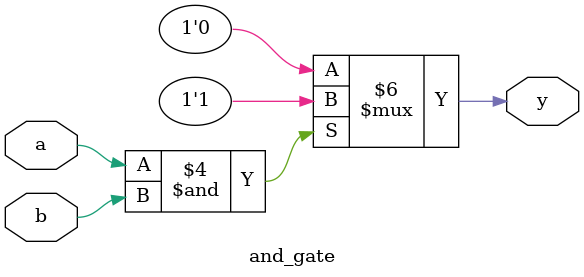
<source format=v>
module and_gate(input a, input b, output reg y);
    always @(a or b) begin
        if(a == 1'b1 & b == 1'b1) y = 1'b1;
        else y = 1'b0;
    end
endmodule
</source>
